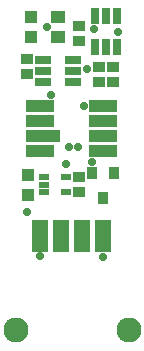
<source format=gbr>
G04 EAGLE Gerber X2 export*
%TF.Part,Single*%
%TF.FileFunction,Soldermask,Top,1*%
%TF.FilePolarity,Negative*%
%TF.GenerationSoftware,Autodesk,EAGLE,9.0.1*%
%TF.CreationDate,2018-09-05T19:34:14Z*%
G75*
%MOMM*%
%FSLAX34Y34*%
%LPD*%
%AMOC8*
5,1,8,0,0,1.08239X$1,22.5*%
G01*
%ADD10C,2.127000*%
%ADD11R,2.377000X1.027000*%
%ADD12R,2.927000X1.027000*%
%ADD13R,1.027000X0.827000*%
%ADD14R,0.677000X1.327000*%
%ADD15R,1.397000X2.667000*%
%ADD16R,0.927000X0.477000*%
%ADD17R,1.127000X1.127000*%
%ADD18R,1.327000X0.677000*%
%ADD19R,0.927000X1.027000*%
%ADD20R,1.227000X1.127000*%
%ADD21C,0.731000*%


D10*
X0Y67500D03*
X95250Y67500D03*
D11*
X20240Y257125D03*
X20240Y244625D03*
D12*
X22990Y231625D03*
D11*
X20240Y219125D03*
X73740Y219125D03*
X73740Y231625D03*
X73740Y244625D03*
X73740Y257125D03*
D13*
X69850Y277345D03*
X69850Y290345D03*
X81915Y277345D03*
X81915Y290345D03*
D14*
X66700Y307040D03*
X76200Y307040D03*
X85700Y307040D03*
X85700Y333040D03*
X76200Y333040D03*
X66700Y333040D03*
D15*
X73660Y147320D03*
X55880Y147320D03*
X38100Y147320D03*
X20320Y147320D03*
D16*
X42520Y184000D03*
X42520Y197000D03*
X23520Y197000D03*
X23520Y190500D03*
X23520Y184000D03*
D13*
X53340Y184000D03*
X53340Y197000D03*
D17*
X10160Y199000D03*
X10160Y182000D03*
D18*
X22560Y296520D03*
X22560Y287020D03*
X22560Y277520D03*
X48560Y277520D03*
X48560Y287020D03*
X48560Y296520D03*
D13*
X53340Y312270D03*
X53340Y325270D03*
X8890Y297330D03*
X8890Y284330D03*
D19*
X83160Y200500D03*
X64160Y200500D03*
X73660Y179500D03*
D17*
X12700Y315985D03*
X12700Y332985D03*
D20*
X35560Y315985D03*
X35560Y332985D03*
D21*
X26363Y323779D03*
X52070Y222250D03*
X64135Y210081D03*
X86360Y320040D03*
X57884Y257157D03*
X29516Y266700D03*
X8890Y167640D03*
X59690Y288290D03*
X66040Y322496D03*
X41910Y208280D03*
X73660Y129766D03*
X20320Y130076D03*
X44450Y222250D03*
M02*

</source>
